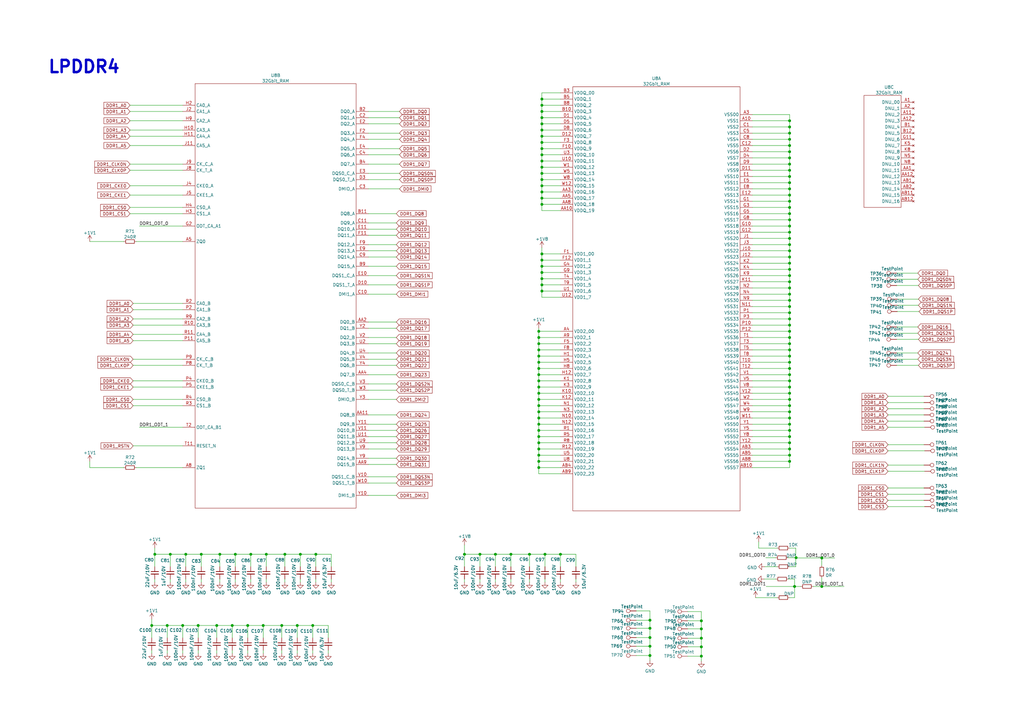
<source format=kicad_sch>
(kicad_sch (version 20210126) (generator eeschema)
  (paper "A3")
  (title_block (title "Beagle V") (date "2021-06-11") (rev "v0.7"))
  (junction (at 62.23 256.54) (diameter 1.016))
  (junction (at 63.5 227.33) (diameter 1.016))
  (junction (at 68.58 256.54) (diameter 1.016))
  (junction (at 69.85 227.33) (diameter 1.016))
  (junction (at 74.93 256.54) (diameter 1.016))
  (junction (at 76.2 227.33) (diameter 1.016))
  (junction (at 81.28 256.54) (diameter 1.016))
  (junction (at 82.55 227.33) (diameter 1.016))
  (junction (at 88.9 256.54) (diameter 1.016))
  (junction (at 90.17 227.33) (diameter 1.016))
  (junction (at 95.25 256.54) (diameter 1.016))
  (junction (at 96.52 227.33) (diameter 1.016))
  (junction (at 101.6 256.54) (diameter 1.016))
  (junction (at 102.87 227.33) (diameter 1.016))
  (junction (at 107.95 256.54) (diameter 1.016))
  (junction (at 109.22 227.33) (diameter 1.016))
  (junction (at 115.57 256.54) (diameter 1.016))
  (junction (at 116.84 227.33) (diameter 1.016))
  (junction (at 121.92 256.54) (diameter 1.016))
  (junction (at 123.19 227.33) (diameter 1.016))
  (junction (at 128.27 256.54) (diameter 1.016))
  (junction (at 129.54 227.33) (diameter 1.016))
  (junction (at 190.5 227.33) (diameter 1.016))
  (junction (at 196.85 227.33) (diameter 1.016))
  (junction (at 203.2 227.33) (diameter 1.016))
  (junction (at 209.55 227.33) (diameter 1.016))
  (junction (at 217.17 227.33) (diameter 1.016))
  (junction (at 220.98 135.89) (diameter 1.016))
  (junction (at 220.98 138.43) (diameter 1.016))
  (junction (at 220.98 140.97) (diameter 1.016))
  (junction (at 220.98 143.51) (diameter 1.016))
  (junction (at 220.98 146.05) (diameter 1.016))
  (junction (at 220.98 148.59) (diameter 1.016))
  (junction (at 220.98 151.13) (diameter 1.016))
  (junction (at 220.98 153.67) (diameter 1.016))
  (junction (at 220.98 156.21) (diameter 1.016))
  (junction (at 220.98 158.75) (diameter 1.016))
  (junction (at 220.98 161.29) (diameter 1.016))
  (junction (at 220.98 163.83) (diameter 1.016))
  (junction (at 220.98 166.37) (diameter 1.016))
  (junction (at 220.98 168.91) (diameter 1.016))
  (junction (at 220.98 171.45) (diameter 1.016))
  (junction (at 220.98 173.99) (diameter 1.016))
  (junction (at 220.98 176.53) (diameter 1.016))
  (junction (at 220.98 179.07) (diameter 1.016))
  (junction (at 220.98 181.61) (diameter 1.016))
  (junction (at 220.98 184.15) (diameter 1.016))
  (junction (at 220.98 186.69) (diameter 1.016))
  (junction (at 220.98 189.23) (diameter 1.016))
  (junction (at 220.98 191.77) (diameter 1.016))
  (junction (at 222.25 40.64) (diameter 1.016))
  (junction (at 222.25 43.18) (diameter 1.016))
  (junction (at 222.25 45.72) (diameter 1.016))
  (junction (at 222.25 48.26) (diameter 1.016))
  (junction (at 222.25 50.8) (diameter 1.016))
  (junction (at 222.25 53.34) (diameter 1.016))
  (junction (at 222.25 55.88) (diameter 1.016))
  (junction (at 222.25 58.42) (diameter 1.016))
  (junction (at 222.25 60.96) (diameter 1.016))
  (junction (at 222.25 63.5) (diameter 1.016))
  (junction (at 222.25 66.04) (diameter 1.016))
  (junction (at 222.25 68.58) (diameter 1.016))
  (junction (at 222.25 71.12) (diameter 1.016))
  (junction (at 222.25 73.66) (diameter 1.016))
  (junction (at 222.25 76.2) (diameter 1.016))
  (junction (at 222.25 78.74) (diameter 1.016))
  (junction (at 222.25 81.28) (diameter 1.016))
  (junction (at 222.25 83.82) (diameter 1.016))
  (junction (at 222.25 104.14) (diameter 1.016))
  (junction (at 222.25 106.68) (diameter 1.016))
  (junction (at 222.25 109.22) (diameter 1.016))
  (junction (at 222.25 111.76) (diameter 1.016))
  (junction (at 222.25 114.3) (diameter 1.016))
  (junction (at 222.25 116.84) (diameter 1.016))
  (junction (at 222.25 119.38) (diameter 1.016))
  (junction (at 223.52 227.33) (diameter 1.016))
  (junction (at 229.87 227.33) (diameter 1.016))
  (junction (at 266.573 254.381) (diameter 1.016))
  (junction (at 266.573 257.683) (diameter 1.016))
  (junction (at 266.573 261.493) (diameter 1.016))
  (junction (at 266.573 265.049) (diameter 1.016))
  (junction (at 266.573 268.859) (diameter 1.016))
  (junction (at 287.655 254.635) (diameter 1.016))
  (junction (at 287.655 257.937) (diameter 1.016))
  (junction (at 287.655 261.747) (diameter 1.016))
  (junction (at 287.655 265.303) (diameter 1.016))
  (junction (at 287.655 269.113) (diameter 1.016))
  (junction (at 323.85 49.53) (diameter 1.016))
  (junction (at 323.85 52.07) (diameter 1.016))
  (junction (at 323.85 54.61) (diameter 1.016))
  (junction (at 323.85 57.15) (diameter 1.016))
  (junction (at 323.85 59.69) (diameter 1.016))
  (junction (at 323.85 62.23) (diameter 1.016))
  (junction (at 323.85 64.77) (diameter 1.016))
  (junction (at 323.85 67.31) (diameter 1.016))
  (junction (at 323.85 69.85) (diameter 1.016))
  (junction (at 323.85 72.39) (diameter 1.016))
  (junction (at 323.85 74.93) (diameter 1.016))
  (junction (at 323.85 77.47) (diameter 1.016))
  (junction (at 323.85 80.01) (diameter 1.016))
  (junction (at 323.85 82.55) (diameter 1.016))
  (junction (at 323.85 85.09) (diameter 1.016))
  (junction (at 323.85 87.63) (diameter 1.016))
  (junction (at 323.85 90.17) (diameter 1.016))
  (junction (at 323.85 92.71) (diameter 1.016))
  (junction (at 323.85 95.25) (diameter 1.016))
  (junction (at 323.85 97.79) (diameter 1.016))
  (junction (at 323.85 100.33) (diameter 1.016))
  (junction (at 323.85 102.87) (diameter 1.016))
  (junction (at 323.85 105.41) (diameter 1.016))
  (junction (at 323.85 107.95) (diameter 1.016))
  (junction (at 323.85 110.49) (diameter 1.016))
  (junction (at 323.85 113.03) (diameter 1.016))
  (junction (at 323.85 115.57) (diameter 1.016))
  (junction (at 323.85 118.11) (diameter 1.016))
  (junction (at 323.85 120.65) (diameter 1.016))
  (junction (at 323.85 123.19) (diameter 1.016))
  (junction (at 323.85 125.73) (diameter 1.016))
  (junction (at 323.85 128.27) (diameter 1.016))
  (junction (at 323.85 130.81) (diameter 1.016))
  (junction (at 323.85 133.35) (diameter 1.016))
  (junction (at 323.85 135.89) (diameter 1.016))
  (junction (at 323.85 138.43) (diameter 1.016))
  (junction (at 323.85 140.97) (diameter 1.016))
  (junction (at 323.85 143.51) (diameter 1.016))
  (junction (at 323.85 146.05) (diameter 1.016))
  (junction (at 323.85 148.59) (diameter 1.016))
  (junction (at 323.85 151.13) (diameter 1.016))
  (junction (at 323.85 153.67) (diameter 1.016))
  (junction (at 323.85 156.21) (diameter 1.016))
  (junction (at 323.85 158.75) (diameter 1.016))
  (junction (at 323.85 161.29) (diameter 1.016))
  (junction (at 323.85 163.83) (diameter 1.016))
  (junction (at 323.85 166.37) (diameter 1.016))
  (junction (at 323.85 168.91) (diameter 1.016))
  (junction (at 323.85 171.45) (diameter 1.016))
  (junction (at 323.85 173.99) (diameter 1.016))
  (junction (at 323.85 176.53) (diameter 1.016))
  (junction (at 323.85 179.07) (diameter 1.016))
  (junction (at 323.85 181.61) (diameter 1.016))
  (junction (at 323.85 184.15) (diameter 1.016))
  (junction (at 323.85 186.69) (diameter 1.016))
  (junction (at 323.85 189.23) (diameter 1.016))
  (junction (at 325.882 240.538) (diameter 1.016))
  (junction (at 326.517 228.727) (diameter 1.016))
  (junction (at 337.058 228.854) (diameter 1.016))
  (junction (at 337.058 240.538) (diameter 1.016))
  (wire (pts (xy 36.83 99.06) (xy 50.8 99.06)))
  (wire (pts (xy 36.83 189.23) (xy 36.83 191.77)))
  (wire (pts (xy 36.83 191.77) (xy 50.8 191.77)))
  (wire (pts (xy 53.34 43.18) (xy 74.93 43.18)))
  (wire (pts (xy 53.34 45.72) (xy 74.93 45.72)))
  (wire (pts (xy 53.34 49.53) (xy 74.93 49.53)))
  (wire (pts (xy 53.34 53.34) (xy 74.93 53.34)))
  (wire (pts (xy 53.34 55.88) (xy 74.93 55.88)))
  (wire (pts (xy 53.34 59.69) (xy 74.93 59.69)))
  (wire (pts (xy 53.34 67.31) (xy 74.93 67.31)))
  (wire (pts (xy 53.34 69.85) (xy 74.93 69.85)))
  (wire (pts (xy 53.34 76.2) (xy 74.93 76.2)))
  (wire (pts (xy 53.34 80.01) (xy 74.93 80.01)))
  (wire (pts (xy 53.34 85.09) (xy 74.93 85.09)))
  (wire (pts (xy 53.34 87.63) (xy 74.93 87.63)))
  (wire (pts (xy 54.61 124.46) (xy 74.93 124.46)))
  (wire (pts (xy 54.61 127) (xy 74.93 127)))
  (wire (pts (xy 54.61 130.81) (xy 74.93 130.81)))
  (wire (pts (xy 54.61 133.35) (xy 74.93 133.35)))
  (wire (pts (xy 54.61 137.16) (xy 74.93 137.16)))
  (wire (pts (xy 54.61 139.7) (xy 74.93 139.7)))
  (wire (pts (xy 54.61 147.32) (xy 74.93 147.32)))
  (wire (pts (xy 54.61 149.86) (xy 74.93 149.86)))
  (wire (pts (xy 54.61 156.21) (xy 74.93 156.21)))
  (wire (pts (xy 54.61 158.75) (xy 74.93 158.75)))
  (wire (pts (xy 54.61 163.83) (xy 74.93 163.83)))
  (wire (pts (xy 54.61 166.37) (xy 74.93 166.37)))
  (wire (pts (xy 54.61 182.88) (xy 74.93 182.88)))
  (wire (pts (xy 55.88 99.06) (xy 74.93 99.06)))
  (wire (pts (xy 55.88 191.77) (xy 74.93 191.77)))
  (wire (pts (xy 57.15 92.71) (xy 74.93 92.71)))
  (wire (pts (xy 57.15 175.26) (xy 74.93 175.26)))
  (wire (pts (xy 62.23 254) (xy 62.23 256.54)))
  (wire (pts (xy 62.23 256.54) (xy 62.23 261.62)))
  (wire (pts (xy 62.23 256.54) (xy 68.58 256.54)))
  (wire (pts (xy 62.23 266.7) (xy 62.23 267.97)))
  (wire (pts (xy 63.5 224.79) (xy 63.5 227.33)))
  (wire (pts (xy 63.5 227.33) (xy 63.5 232.41)))
  (wire (pts (xy 63.5 227.33) (xy 69.85 227.33)))
  (wire (pts (xy 63.5 237.49) (xy 63.5 238.76)))
  (wire (pts (xy 68.58 256.54) (xy 68.58 261.62)))
  (wire (pts (xy 68.58 256.54) (xy 74.93 256.54)))
  (wire (pts (xy 68.58 266.7) (xy 68.58 267.97)))
  (wire (pts (xy 69.85 227.33) (xy 69.85 232.41)))
  (wire (pts (xy 69.85 227.33) (xy 76.2 227.33)))
  (wire (pts (xy 69.85 237.49) (xy 69.85 238.76)))
  (wire (pts (xy 74.93 256.54) (xy 74.93 261.62)))
  (wire (pts (xy 74.93 256.54) (xy 81.28 256.54)))
  (wire (pts (xy 74.93 266.7) (xy 74.93 267.97)))
  (wire (pts (xy 76.2 227.33) (xy 76.2 232.41)))
  (wire (pts (xy 76.2 227.33) (xy 82.55 227.33)))
  (wire (pts (xy 76.2 237.49) (xy 76.2 238.76)))
  (wire (pts (xy 81.28 256.54) (xy 81.28 261.62)))
  (wire (pts (xy 81.28 256.54) (xy 88.9 256.54)))
  (wire (pts (xy 81.28 266.7) (xy 81.28 267.97)))
  (wire (pts (xy 82.55 227.33) (xy 82.55 232.41)))
  (wire (pts (xy 82.55 227.33) (xy 90.17 227.33)))
  (wire (pts (xy 82.55 237.49) (xy 82.55 238.76)))
  (wire (pts (xy 88.9 256.54) (xy 88.9 261.62)))
  (wire (pts (xy 88.9 256.54) (xy 95.25 256.54)))
  (wire (pts (xy 88.9 266.7) (xy 88.9 267.97)))
  (wire (pts (xy 90.17 227.33) (xy 90.17 232.41)))
  (wire (pts (xy 90.17 227.33) (xy 96.52 227.33)))
  (wire (pts (xy 90.17 237.49) (xy 90.17 238.76)))
  (wire (pts (xy 95.25 256.54) (xy 95.25 261.62)))
  (wire (pts (xy 95.25 256.54) (xy 101.6 256.54)))
  (wire (pts (xy 95.25 266.7) (xy 95.25 267.97)))
  (wire (pts (xy 96.52 227.33) (xy 96.52 232.41)))
  (wire (pts (xy 96.52 227.33) (xy 102.87 227.33)))
  (wire (pts (xy 96.52 237.49) (xy 96.52 238.76)))
  (wire (pts (xy 101.6 256.54) (xy 101.6 261.62)))
  (wire (pts (xy 101.6 256.54) (xy 107.95 256.54)))
  (wire (pts (xy 101.6 266.7) (xy 101.6 267.97)))
  (wire (pts (xy 102.87 227.33) (xy 102.87 232.41)))
  (wire (pts (xy 102.87 227.33) (xy 109.22 227.33)))
  (wire (pts (xy 102.87 237.49) (xy 102.87 238.76)))
  (wire (pts (xy 107.95 256.54) (xy 107.95 261.62)))
  (wire (pts (xy 107.95 256.54) (xy 115.57 256.54)))
  (wire (pts (xy 107.95 266.7) (xy 107.95 267.97)))
  (wire (pts (xy 109.22 227.33) (xy 109.22 232.41)))
  (wire (pts (xy 109.22 227.33) (xy 116.84 227.33)))
  (wire (pts (xy 109.22 237.49) (xy 109.22 238.76)))
  (wire (pts (xy 115.57 256.54) (xy 115.57 261.62)))
  (wire (pts (xy 115.57 256.54) (xy 121.92 256.54)))
  (wire (pts (xy 115.57 266.7) (xy 115.57 267.97)))
  (wire (pts (xy 116.84 227.33) (xy 116.84 232.41)))
  (wire (pts (xy 116.84 227.33) (xy 123.19 227.33)))
  (wire (pts (xy 116.84 237.49) (xy 116.84 238.76)))
  (wire (pts (xy 121.92 256.54) (xy 121.92 261.62)))
  (wire (pts (xy 121.92 256.54) (xy 128.27 256.54)))
  (wire (pts (xy 121.92 266.7) (xy 121.92 267.97)))
  (wire (pts (xy 123.19 227.33) (xy 123.19 232.41)))
  (wire (pts (xy 123.19 227.33) (xy 129.54 227.33)))
  (wire (pts (xy 123.19 237.49) (xy 123.19 238.76)))
  (wire (pts (xy 128.27 256.54) (xy 128.27 261.62)))
  (wire (pts (xy 128.27 256.54) (xy 134.62 256.54)))
  (wire (pts (xy 128.27 266.7) (xy 128.27 267.97)))
  (wire (pts (xy 129.54 227.33) (xy 129.54 232.41)))
  (wire (pts (xy 129.54 227.33) (xy 135.89 227.33)))
  (wire (pts (xy 129.54 237.49) (xy 129.54 238.76)))
  (wire (pts (xy 134.62 256.54) (xy 134.62 261.62)))
  (wire (pts (xy 134.62 266.7) (xy 134.62 267.97)))
  (wire (pts (xy 135.89 227.33) (xy 135.89 232.41)))
  (wire (pts (xy 135.89 237.49) (xy 135.89 238.76)))
  (wire (pts (xy 151.13 45.72) (xy 163.83 45.72)))
  (wire (pts (xy 151.13 48.26) (xy 163.83 48.26)))
  (wire (pts (xy 151.13 50.8) (xy 163.83 50.8)))
  (wire (pts (xy 151.13 54.61) (xy 163.83 54.61)))
  (wire (pts (xy 151.13 57.15) (xy 163.83 57.15)))
  (wire (pts (xy 151.13 60.96) (xy 163.83 60.96)))
  (wire (pts (xy 151.13 63.5) (xy 163.83 63.5)))
  (wire (pts (xy 151.13 67.31) (xy 163.83 67.31)))
  (wire (pts (xy 151.13 71.12) (xy 163.83 71.12)))
  (wire (pts (xy 151.13 73.66) (xy 163.83 73.66)))
  (wire (pts (xy 151.13 77.47) (xy 163.83 77.47)))
  (wire (pts (xy 151.13 87.63) (xy 162.56 87.63)))
  (wire (pts (xy 151.13 91.44) (xy 162.56 91.44)))
  (wire (pts (xy 151.13 93.98) (xy 162.56 93.98)))
  (wire (pts (xy 151.13 96.52) (xy 162.56 96.52)))
  (wire (pts (xy 151.13 100.33) (xy 162.56 100.33)))
  (wire (pts (xy 151.13 102.87) (xy 162.56 102.87)))
  (wire (pts (xy 151.13 105.41) (xy 162.56 105.41)))
  (wire (pts (xy 151.13 109.22) (xy 162.56 109.22)))
  (wire (pts (xy 151.13 113.03) (xy 162.56 113.03)))
  (wire (pts (xy 151.13 116.84) (xy 162.56 116.84)))
  (wire (pts (xy 151.13 120.65) (xy 162.56 120.65)))
  (wire (pts (xy 151.13 132.08) (xy 162.56 132.08)))
  (wire (pts (xy 151.13 134.62) (xy 162.56 134.62)))
  (wire (pts (xy 151.13 138.43) (xy 162.56 138.43)))
  (wire (pts (xy 151.13 140.97) (xy 162.56 140.97)))
  (wire (pts (xy 151.13 144.78) (xy 162.56 144.78)))
  (wire (pts (xy 151.13 147.32) (xy 162.56 147.32)))
  (wire (pts (xy 151.13 149.86) (xy 162.56 149.86)))
  (wire (pts (xy 151.13 153.67) (xy 162.56 153.67)))
  (wire (pts (xy 151.13 157.48) (xy 162.56 157.48)))
  (wire (pts (xy 151.13 160.02) (xy 162.56 160.02)))
  (wire (pts (xy 151.13 163.83) (xy 162.56 163.83)))
  (wire (pts (xy 151.13 170.18) (xy 162.56 170.18)))
  (wire (pts (xy 151.13 173.99) (xy 162.56 173.99)))
  (wire (pts (xy 151.13 176.53) (xy 162.56 176.53)))
  (wire (pts (xy 151.13 179.07) (xy 162.56 179.07)))
  (wire (pts (xy 151.13 181.61) (xy 162.56 181.61)))
  (wire (pts (xy 151.13 184.15) (xy 162.56 184.15)))
  (wire (pts (xy 151.13 187.96) (xy 162.56 187.96)))
  (wire (pts (xy 151.13 190.5) (xy 162.56 190.5)))
  (wire (pts (xy 151.13 195.58) (xy 162.56 195.58)))
  (wire (pts (xy 151.13 198.12) (xy 162.56 198.12)))
  (wire (pts (xy 151.13 203.2) (xy 162.56 203.2)))
  (wire (pts (xy 190.5 223.52) (xy 190.5 227.33)))
  (wire (pts (xy 190.5 227.33) (xy 190.5 232.41)))
  (wire (pts (xy 190.5 227.33) (xy 196.85 227.33)))
  (wire (pts (xy 190.5 237.49) (xy 190.5 238.76)))
  (wire (pts (xy 196.85 227.33) (xy 196.85 232.41)))
  (wire (pts (xy 196.85 227.33) (xy 203.2 227.33)))
  (wire (pts (xy 196.85 237.49) (xy 196.85 238.76)))
  (wire (pts (xy 203.2 227.33) (xy 203.2 232.41)))
  (wire (pts (xy 203.2 227.33) (xy 209.55 227.33)))
  (wire (pts (xy 203.2 237.49) (xy 203.2 238.76)))
  (wire (pts (xy 209.55 227.33) (xy 209.55 232.41)))
  (wire (pts (xy 209.55 227.33) (xy 217.17 227.33)))
  (wire (pts (xy 209.55 237.49) (xy 209.55 238.76)))
  (wire (pts (xy 217.17 227.33) (xy 217.17 232.41)))
  (wire (pts (xy 217.17 227.33) (xy 223.52 227.33)))
  (wire (pts (xy 217.17 237.49) (xy 217.17 238.76)))
  (wire (pts (xy 220.98 134.62) (xy 220.98 135.89)))
  (wire (pts (xy 220.98 135.89) (xy 220.98 138.43)))
  (wire (pts (xy 220.98 135.89) (xy 229.87 135.89)))
  (wire (pts (xy 220.98 138.43) (xy 220.98 140.97)))
  (wire (pts (xy 220.98 140.97) (xy 220.98 143.51)))
  (wire (pts (xy 220.98 140.97) (xy 229.87 140.97)))
  (wire (pts (xy 220.98 143.51) (xy 220.98 146.05)))
  (wire (pts (xy 220.98 143.51) (xy 229.87 143.51)))
  (wire (pts (xy 220.98 146.05) (xy 220.98 148.59)))
  (wire (pts (xy 220.98 146.05) (xy 229.87 146.05)))
  (wire (pts (xy 220.98 148.59) (xy 220.98 151.13)))
  (wire (pts (xy 220.98 148.59) (xy 229.87 148.59)))
  (wire (pts (xy 220.98 151.13) (xy 220.98 153.67)))
  (wire (pts (xy 220.98 151.13) (xy 229.87 151.13)))
  (wire (pts (xy 220.98 153.67) (xy 220.98 156.21)))
  (wire (pts (xy 220.98 153.67) (xy 229.87 153.67)))
  (wire (pts (xy 220.98 156.21) (xy 220.98 158.75)))
  (wire (pts (xy 220.98 156.21) (xy 229.87 156.21)))
  (wire (pts (xy 220.98 158.75) (xy 220.98 161.29)))
  (wire (pts (xy 220.98 158.75) (xy 229.87 158.75)))
  (wire (pts (xy 220.98 161.29) (xy 220.98 163.83)))
  (wire (pts (xy 220.98 161.29) (xy 229.87 161.29)))
  (wire (pts (xy 220.98 163.83) (xy 220.98 166.37)))
  (wire (pts (xy 220.98 163.83) (xy 229.87 163.83)))
  (wire (pts (xy 220.98 166.37) (xy 220.98 168.91)))
  (wire (pts (xy 220.98 166.37) (xy 229.87 166.37)))
  (wire (pts (xy 220.98 168.91) (xy 220.98 171.45)))
  (wire (pts (xy 220.98 168.91) (xy 229.87 168.91)))
  (wire (pts (xy 220.98 171.45) (xy 220.98 173.99)))
  (wire (pts (xy 220.98 171.45) (xy 229.87 171.45)))
  (wire (pts (xy 220.98 173.99) (xy 220.98 176.53)))
  (wire (pts (xy 220.98 173.99) (xy 229.87 173.99)))
  (wire (pts (xy 220.98 176.53) (xy 220.98 179.07)))
  (wire (pts (xy 220.98 176.53) (xy 229.87 176.53)))
  (wire (pts (xy 220.98 179.07) (xy 220.98 181.61)))
  (wire (pts (xy 220.98 179.07) (xy 229.87 179.07)))
  (wire (pts (xy 220.98 181.61) (xy 220.98 184.15)))
  (wire (pts (xy 220.98 181.61) (xy 229.87 181.61)))
  (wire (pts (xy 220.98 184.15) (xy 220.98 186.69)))
  (wire (pts (xy 220.98 184.15) (xy 229.87 184.15)))
  (wire (pts (xy 220.98 186.69) (xy 220.98 189.23)))
  (wire (pts (xy 220.98 186.69) (xy 229.87 186.69)))
  (wire (pts (xy 220.98 189.23) (xy 220.98 191.77)))
  (wire (pts (xy 220.98 189.23) (xy 229.87 189.23)))
  (wire (pts (xy 220.98 191.77) (xy 220.98 194.31)))
  (wire (pts (xy 220.98 191.77) (xy 229.87 191.77)))
  (wire (pts (xy 222.25 38.1) (xy 229.87 38.1)))
  (wire (pts (xy 222.25 40.64) (xy 222.25 38.1)))
  (wire (pts (xy 222.25 40.64) (xy 229.87 40.64)))
  (wire (pts (xy 222.25 43.18) (xy 222.25 40.64)))
  (wire (pts (xy 222.25 43.18) (xy 229.87 43.18)))
  (wire (pts (xy 222.25 45.72) (xy 222.25 43.18)))
  (wire (pts (xy 222.25 45.72) (xy 229.87 45.72)))
  (wire (pts (xy 222.25 48.26) (xy 222.25 45.72)))
  (wire (pts (xy 222.25 48.26) (xy 229.87 48.26)))
  (wire (pts (xy 222.25 50.8) (xy 222.25 48.26)))
  (wire (pts (xy 222.25 50.8) (xy 229.87 50.8)))
  (wire (pts (xy 222.25 53.34) (xy 222.25 50.8)))
  (wire (pts (xy 222.25 53.34) (xy 229.87 53.34)))
  (wire (pts (xy 222.25 55.88) (xy 222.25 53.34)))
  (wire (pts (xy 222.25 55.88) (xy 229.87 55.88)))
  (wire (pts (xy 222.25 58.42) (xy 222.25 55.88)))
  (wire (pts (xy 222.25 58.42) (xy 229.87 58.42)))
  (wire (pts (xy 222.25 60.96) (xy 222.25 58.42)))
  (wire (pts (xy 222.25 60.96) (xy 229.87 60.96)))
  (wire (pts (xy 222.25 63.5) (xy 222.25 60.96)))
  (wire (pts (xy 222.25 63.5) (xy 229.87 63.5)))
  (wire (pts (xy 222.25 66.04) (xy 222.25 63.5)))
  (wire (pts (xy 222.25 66.04) (xy 229.87 66.04)))
  (wire (pts (xy 222.25 68.58) (xy 222.25 66.04)))
  (wire (pts (xy 222.25 68.58) (xy 229.87 68.58)))
  (wire (pts (xy 222.25 71.12) (xy 222.25 68.58)))
  (wire (pts (xy 222.25 71.12) (xy 229.87 71.12)))
  (wire (pts (xy 222.25 73.66) (xy 222.25 71.12)))
  (wire (pts (xy 222.25 73.66) (xy 229.87 73.66)))
  (wire (pts (xy 222.25 76.2) (xy 222.25 73.66)))
  (wire (pts (xy 222.25 76.2) (xy 229.87 76.2)))
  (wire (pts (xy 222.25 78.74) (xy 222.25 76.2)))
  (wire (pts (xy 222.25 78.74) (xy 229.87 78.74)))
  (wire (pts (xy 222.25 81.28) (xy 222.25 78.74)))
  (wire (pts (xy 222.25 81.28) (xy 229.87 81.28)))
  (wire (pts (xy 222.25 83.82) (xy 222.25 81.28)))
  (wire (pts (xy 222.25 83.82) (xy 229.87 83.82)))
  (wire (pts (xy 222.25 86.36) (xy 222.25 83.82)))
  (wire (pts (xy 222.25 101.6) (xy 222.25 104.14)))
  (wire (pts (xy 222.25 104.14) (xy 229.87 104.14)))
  (wire (pts (xy 222.25 106.68) (xy 222.25 104.14)))
  (wire (pts (xy 222.25 106.68) (xy 229.87 106.68)))
  (wire (pts (xy 222.25 109.22) (xy 222.25 106.68)))
  (wire (pts (xy 222.25 109.22) (xy 229.87 109.22)))
  (wire (pts (xy 222.25 111.76) (xy 222.25 109.22)))
  (wire (pts (xy 222.25 111.76) (xy 229.87 111.76)))
  (wire (pts (xy 222.25 114.3) (xy 222.25 111.76)))
  (wire (pts (xy 222.25 114.3) (xy 229.87 114.3)))
  (wire (pts (xy 222.25 116.84) (xy 222.25 114.3)))
  (wire (pts (xy 222.25 116.84) (xy 229.87 116.84)))
  (wire (pts (xy 222.25 119.38) (xy 222.25 116.84)))
  (wire (pts (xy 222.25 119.38) (xy 229.87 119.38)))
  (wire (pts (xy 222.25 121.92) (xy 222.25 119.38)))
  (wire (pts (xy 223.52 227.33) (xy 223.52 232.41)))
  (wire (pts (xy 223.52 227.33) (xy 229.87 227.33)))
  (wire (pts (xy 223.52 237.49) (xy 223.52 238.76)))
  (wire (pts (xy 229.87 86.36) (xy 222.25 86.36)))
  (wire (pts (xy 229.87 121.92) (xy 222.25 121.92)))
  (wire (pts (xy 229.87 138.43) (xy 220.98 138.43)))
  (wire (pts (xy 229.87 194.31) (xy 220.98 194.31)))
  (wire (pts (xy 229.87 227.33) (xy 229.87 232.41)))
  (wire (pts (xy 229.87 227.33) (xy 236.22 227.33)))
  (wire (pts (xy 229.87 237.49) (xy 229.87 238.76)))
  (wire (pts (xy 236.22 227.33) (xy 236.22 232.41)))
  (wire (pts (xy 236.22 237.49) (xy 236.22 238.76)))
  (wire (pts (xy 260.985 250.571) (xy 266.573 250.571)))
  (wire (pts (xy 260.985 254.381) (xy 266.573 254.381)))
  (wire (pts (xy 260.985 257.683) (xy 266.573 257.683)))
  (wire (pts (xy 260.985 261.493) (xy 266.573 261.493)))
  (wire (pts (xy 260.985 265.049) (xy 266.573 265.049)))
  (wire (pts (xy 266.573 250.571) (xy 266.573 254.381)))
  (wire (pts (xy 266.573 254.381) (xy 266.573 257.683)))
  (wire (pts (xy 266.573 257.683) (xy 266.573 261.493)))
  (wire (pts (xy 266.573 261.493) (xy 266.573 265.049)))
  (wire (pts (xy 266.573 265.049) (xy 266.573 268.859)))
  (wire (pts (xy 266.573 268.859) (xy 260.985 268.859)))
  (wire (pts (xy 266.573 268.859) (xy 266.573 270.891)))
  (wire (pts (xy 282.067 250.825) (xy 287.655 250.825)))
  (wire (pts (xy 282.067 254.635) (xy 287.655 254.635)))
  (wire (pts (xy 282.067 257.937) (xy 287.655 257.937)))
  (wire (pts (xy 282.067 261.747) (xy 287.655 261.747)))
  (wire (pts (xy 282.067 265.303) (xy 287.655 265.303)))
  (wire (pts (xy 287.655 250.825) (xy 287.655 254.635)))
  (wire (pts (xy 287.655 254.635) (xy 287.655 257.937)))
  (wire (pts (xy 287.655 257.937) (xy 287.655 261.747)))
  (wire (pts (xy 287.655 261.747) (xy 287.655 265.303)))
  (wire (pts (xy 287.655 265.303) (xy 287.655 269.113)))
  (wire (pts (xy 287.655 269.113) (xy 282.067 269.113)))
  (wire (pts (xy 287.655 269.113) (xy 287.655 271.145)))
  (wire (pts (xy 308.61 46.99) (xy 323.85 46.99)))
  (wire (pts (xy 308.61 49.53) (xy 323.85 49.53)))
  (wire (pts (xy 308.61 52.07) (xy 323.85 52.07)))
  (wire (pts (xy 308.61 54.61) (xy 323.85 54.61)))
  (wire (pts (xy 308.61 57.15) (xy 323.85 57.15)))
  (wire (pts (xy 308.61 59.69) (xy 323.85 59.69)))
  (wire (pts (xy 308.61 62.23) (xy 323.85 62.23)))
  (wire (pts (xy 308.61 64.77) (xy 323.85 64.77)))
  (wire (pts (xy 308.61 67.31) (xy 323.85 67.31)))
  (wire (pts (xy 308.61 69.85) (xy 323.85 69.85)))
  (wire (pts (xy 308.61 72.39) (xy 323.85 72.39)))
  (wire (pts (xy 308.61 74.93) (xy 323.85 74.93)))
  (wire (pts (xy 308.61 77.47) (xy 323.85 77.47)))
  (wire (pts (xy 308.61 80.01) (xy 323.85 80.01)))
  (wire (pts (xy 308.61 82.55) (xy 323.85 82.55)))
  (wire (pts (xy 308.61 85.09) (xy 323.85 85.09)))
  (wire (pts (xy 308.61 87.63) (xy 323.85 87.63)))
  (wire (pts (xy 308.61 90.17) (xy 323.85 90.17)))
  (wire (pts (xy 308.61 92.71) (xy 323.85 92.71)))
  (wire (pts (xy 308.61 95.25) (xy 323.85 95.25)))
  (wire (pts (xy 308.61 97.79) (xy 323.85 97.79)))
  (wire (pts (xy 308.61 100.33) (xy 323.85 100.33)))
  (wire (pts (xy 308.61 102.87) (xy 323.85 102.87)))
  (wire (pts (xy 308.61 105.41) (xy 323.85 105.41)))
  (wire (pts (xy 308.61 107.95) (xy 323.85 107.95)))
  (wire (pts (xy 308.61 110.49) (xy 323.85 110.49)))
  (wire (pts (xy 308.61 113.03) (xy 323.85 113.03)))
  (wire (pts (xy 308.61 115.57) (xy 323.85 115.57)))
  (wire (pts (xy 308.61 118.11) (xy 323.85 118.11)))
  (wire (pts (xy 308.61 120.65) (xy 323.85 120.65)))
  (wire (pts (xy 308.61 123.19) (xy 323.85 123.19)))
  (wire (pts (xy 308.61 125.73) (xy 323.85 125.73)))
  (wire (pts (xy 308.61 128.27) (xy 323.85 128.27)))
  (wire (pts (xy 308.61 130.81) (xy 323.85 130.81)))
  (wire (pts (xy 308.61 133.35) (xy 323.85 133.35)))
  (wire (pts (xy 308.61 135.89) (xy 323.85 135.89)))
  (wire (pts (xy 308.61 138.43) (xy 323.85 138.43)))
  (wire (pts (xy 308.61 140.97) (xy 323.85 140.97)))
  (wire (pts (xy 308.61 143.51) (xy 323.85 143.51)))
  (wire (pts (xy 308.61 146.05) (xy 323.85 146.05)))
  (wire (pts (xy 308.61 148.59) (xy 323.85 148.59)))
  (wire (pts (xy 308.61 151.13) (xy 323.85 151.13)))
  (wire (pts (xy 308.61 153.67) (xy 323.85 153.67)))
  (wire (pts (xy 308.61 156.21) (xy 323.85 156.21)))
  (wire (pts (xy 308.61 158.75) (xy 323.85 158.75)))
  (wire (pts (xy 308.61 161.29) (xy 323.85 161.29)))
  (wire (pts (xy 308.61 163.83) (xy 323.85 163.83)))
  (wire (pts (xy 308.61 166.37) (xy 323.85 166.37)))
  (wire (pts (xy 308.61 168.91) (xy 323.85 168.91)))
  (wire (pts (xy 308.61 171.45) (xy 323.85 171.45)))
  (wire (pts (xy 308.61 173.99) (xy 323.85 173.99)))
  (wire (pts (xy 308.61 176.53) (xy 323.85 176.53)))
  (wire (pts (xy 308.61 179.07) (xy 323.85 179.07)))
  (wire (pts (xy 308.61 181.61) (xy 323.85 181.61)))
  (wire (pts (xy 308.61 184.15) (xy 323.85 184.15)))
  (wire (pts (xy 308.61 186.69) (xy 323.85 186.69)))
  (wire (pts (xy 308.61 189.23) (xy 323.85 189.23)))
  (wire (pts (xy 309.88 245.11) (xy 318.77 245.11)))
  (wire (pts (xy 311.15 222.25) (xy 311.15 224.79)))
  (wire (pts (xy 311.15 224.79) (xy 318.77 224.79)))
  (wire (pts (xy 313.436 237.49) (xy 318.262 237.49)))
  (wire (pts (xy 313.69 232.41) (xy 318.77 232.41)))
  (wire (pts (xy 314.071 228.727) (xy 318.135 228.727)))
  (wire (pts (xy 314.198 240.538) (xy 325.882 240.538)))
  (wire (pts (xy 323.215 228.727) (xy 326.517 228.727)))
  (wire (pts (xy 323.342 237.49) (xy 325.882 237.49)))
  (wire (pts (xy 323.85 46.99) (xy 323.85 49.53)))
  (wire (pts (xy 323.85 49.53) (xy 323.85 52.07)))
  (wire (pts (xy 323.85 52.07) (xy 323.85 54.61)))
  (wire (pts (xy 323.85 54.61) (xy 323.85 57.15)))
  (wire (pts (xy 323.85 57.15) (xy 323.85 59.69)))
  (wire (pts (xy 323.85 59.69) (xy 323.85 62.23)))
  (wire (pts (xy 323.85 62.23) (xy 323.85 64.77)))
  (wire (pts (xy 323.85 64.77) (xy 323.85 67.31)))
  (wire (pts (xy 323.85 67.31) (xy 323.85 69.85)))
  (wire (pts (xy 323.85 69.85) (xy 323.85 72.39)))
  (wire (pts (xy 323.85 72.39) (xy 323.85 74.93)))
  (wire (pts (xy 323.85 74.93) (xy 323.85 77.47)))
  (wire (pts (xy 323.85 77.47) (xy 323.85 80.01)))
  (wire (pts (xy 323.85 80.01) (xy 323.85 82.55)))
  (wire (pts (xy 323.85 82.55) (xy 323.85 85.09)))
  (wire (pts (xy 323.85 85.09) (xy 323.85 87.63)))
  (wire (pts (xy 323.85 87.63) (xy 323.85 90.17)))
  (wire (pts (xy 323.85 90.17) (xy 323.85 92.71)))
  (wire (pts (xy 323.85 92.71) (xy 323.85 95.25)))
  (wire (pts (xy 323.85 95.25) (xy 323.85 97.79)))
  (wire (pts (xy 323.85 97.79) (xy 323.85 100.33)))
  (wire (pts (xy 323.85 100.33) (xy 323.85 102.87)))
  (wire (pts (xy 323.85 102.87) (xy 323.85 105.41)))
  (wire (pts (xy 323.85 105.41) (xy 323.85 107.95)))
  (wire (pts (xy 323.85 107.95) (xy 323.85 110.49)))
  (wire (pts (xy 323.85 110.49) (xy 323.85 113.03)))
  (wire (pts (xy 323.85 113.03) (xy 323.85 115.57)))
  (wire (pts (xy 323.85 115.57) (xy 323.85 118.11)))
  (wire (pts (xy 323.85 118.11) (xy 323.85 120.65)))
  (wire (pts (xy 323.85 120.65) (xy 323.85 123.19)))
  (wire (pts (xy 323.85 123.19) (xy 323.85 125.73)))
  (wire (pts (xy 323.85 125.73) (xy 323.85 128.27)))
  (wire (pts (xy 323.85 128.27) (xy 323.85 130.81)))
  (wire (pts (xy 323.85 130.81) (xy 323.85 133.35)))
  (wire (pts (xy 323.85 133.35) (xy 323.85 135.89)))
  (wire (pts (xy 323.85 135.89) (xy 323.85 138.43)))
  (wire (pts (xy 323.85 138.43) (xy 323.85 140.97)))
  (wire (pts (xy 323.85 140.97) (xy 323.85 143.51)))
  (wire (pts (xy 323.85 143.51) (xy 323.85 146.05)))
  (wire (pts (xy 323.85 146.05) (xy 323.85 148.59)))
  (wire (pts (xy 323.85 148.59) (xy 323.85 151.13)))
  (wire (pts (xy 323.85 151.13) (xy 323.85 153.67)))
  (wire (pts (xy 323.85 153.67) (xy 323.85 156.21)))
  (wire (pts (xy 323.85 156.21) (xy 323.85 158.75)))
  (wire (pts (xy 323.85 158.75) (xy 323.85 161.29)))
  (wire (pts (xy 323.85 161.29) (xy 323.85 163.83)))
  (wire (pts (xy 323.85 163.83) (xy 323.85 166.37)))
  (wire (pts (xy 323.85 166.37) (xy 323.85 168.91)))
  (wire (pts (xy 323.85 168.91) (xy 323.85 171.45)))
  (wire (pts (xy 323.85 171.45) (xy 323.85 173.99)))
  (wire (pts (xy 323.85 173.99) (xy 323.85 176.53)))
  (wire (pts (xy 323.85 176.53) (xy 323.85 179.07)))
  (wire (pts (xy 323.85 179.07) (xy 323.85 181.61)))
  (wire (pts (xy 323.85 181.61) (xy 323.85 184.15)))
  (wire (pts (xy 323.85 184.15) (xy 323.85 186.69)))
  (wire (pts (xy 323.85 186.69) (xy 323.85 189.23)))
  (wire (pts (xy 323.85 189.23) (xy 323.85 191.77)))
  (wire (pts (xy 323.85 191.77) (xy 308.61 191.77)))
  (wire (pts (xy 323.85 224.79) (xy 326.39 224.79)))
  (wire (pts (xy 323.85 245.11) (xy 325.882 245.11)))
  (wire (pts (xy 325.882 237.49) (xy 325.882 240.538)))
  (wire (pts (xy 325.882 240.538) (xy 328.422 240.538)))
  (wire (pts (xy 325.882 245.11) (xy 325.882 240.538)))
  (wire (pts (xy 326.39 224.79) (xy 326.39 228.092)))
  (wire (pts (xy 326.39 228.092) (xy 326.517 228.727)))
  (wire (pts (xy 326.39 228.854) (xy 337.058 228.854)))
  (wire (pts (xy 326.39 229.108) (xy 326.39 232.41)))
  (wire (pts (xy 326.39 229.108) (xy 326.517 228.727)))
  (wire (pts (xy 326.39 232.41) (xy 323.85 232.41)))
  (wire (pts (xy 333.502 240.538) (xy 337.058 240.538)))
  (wire (pts (xy 337.058 228.854) (xy 342.392 228.854)))
  (wire (pts (xy 337.058 231.902) (xy 337.058 228.854)))
  (wire (pts (xy 337.058 236.982) (xy 337.058 240.538)))
  (wire (pts (xy 337.058 240.538) (xy 346.202 240.538)))
  (wire (pts (xy 364.236 162.56) (xy 378.968 162.56)))
  (wire (pts (xy 364.236 165.1) (xy 378.968 165.1)))
  (wire (pts (xy 364.236 167.64) (xy 378.968 167.64)))
  (wire (pts (xy 364.236 170.18) (xy 378.968 170.18)))
  (wire (pts (xy 364.236 172.72) (xy 378.968 172.72)))
  (wire (pts (xy 364.236 175.26) (xy 379.222 175.26)))
  (wire (pts (xy 364.236 182.372) (xy 378.968 182.372)))
  (wire (pts (xy 364.236 184.912) (xy 379.222 184.912)))
  (wire (pts (xy 364.236 190.754) (xy 378.968 190.754)))
  (wire (pts (xy 364.236 193.294) (xy 379.222 193.294)))
  (wire (pts (xy 364.236 200.152) (xy 378.968 200.152)))
  (wire (pts (xy 364.236 202.692) (xy 379.222 202.692)))
  (wire (pts (xy 364.236 205.232) (xy 378.968 205.232)))
  (wire (pts (xy 364.236 207.772) (xy 379.222 207.772)))
  (wire (pts (xy 367.792 112.014) (xy 376.428 112.014)))
  (wire (pts (xy 367.792 114.554) (xy 376.428 114.554)))
  (wire (pts (xy 367.792 117.094) (xy 376.682 117.094)))
  (wire (pts (xy 367.792 134.112) (xy 376.428 134.112)))
  (wire (pts (xy 367.792 136.652) (xy 376.428 136.652)))
  (wire (pts (xy 367.792 139.192) (xy 376.682 139.192)))
  (wire (pts (xy 367.792 144.78) (xy 376.428 144.78)))
  (wire (pts (xy 367.792 147.32) (xy 376.428 147.32)))
  (wire (pts (xy 367.792 149.86) (xy 376.682 149.86)))
  (wire (pts (xy 368.046 122.682) (xy 376.682 122.682)))
  (wire (pts (xy 368.046 125.222) (xy 376.682 125.222)))
  (wire (pts (xy 368.046 127.762) (xy 376.936 127.762)))
  (text "LPDDR4" (at 49.53 30.48 180) (effects (font (size 5 5) (thickness 1) bold) (justify right bottom)))
  (label "DDR1_ODT_0" (at 57.15 92.71 0))
  (label "DDR1_ODT_1" (at 57.15 175.26 0))
  (label "DDR1_ODT0" (at 314.071 228.727 180))
  (label "DDR1_ODT1" (at 314.198 240.538 180))
  (label "DDR1_ODT_0" (at 342.392 228.854 180))
  (label "DDR1_ODT_1" (at 346.202 240.538 180))
  (global_label "DDR1_A0" (shape input) (at 53.34 43.18 180) (property "Intersheet References" "${INTERSHEET_REFS}" (effects hide)))
  (global_label "DDR1_A1" (shape input) (at 53.34 45.72 180) (property "Intersheet References" "${INTERSHEET_REFS}" (effects hide)))
  (global_label "DDR1_A2" (shape input) (at 53.34 49.53 180) (property "Intersheet References" "${INTERSHEET_REFS}" (effects hide)))
  (global_label "DDR1_A3" (shape input) (at 53.34 53.34 180) (property "Intersheet References" "${INTERSHEET_REFS}" (effects hide)))
  (global_label "DDR1_A4" (shape input) (at 53.34 55.88 180) (property "Intersheet References" "${INTERSHEET_REFS}" (effects hide)))
  (global_label "DDR1_A5" (shape input) (at 53.34 59.69 180) (property "Intersheet References" "${INTERSHEET_REFS}" (effects hide)))
  (global_label "DDR1_CLK0N" (shape input) (at 53.34 67.31 180) (property "Intersheet References" "${INTERSHEET_REFS}" (effects hide)))
  (global_label "DDR1_CLK0P" (shape input) (at 53.34 69.85 180) (property "Intersheet References" "${INTERSHEET_REFS}" (effects hide)))
  (global_label "DDR1_CKE0" (shape input) (at 53.34 76.2 180) (property "Intersheet References" "${INTERSHEET_REFS}" (effects hide)))
  (global_label "DDR1_CKE1" (shape input) (at 53.34 80.01 180) (property "Intersheet References" "${INTERSHEET_REFS}" (effects hide)))
  (global_label "DDR1_CS0" (shape input) (at 53.34 85.09 180) (property "Intersheet References" "${INTERSHEET_REFS}" (effects hide)))
  (global_label "DDR1_CS1" (shape input) (at 53.34 87.63 180) (property "Intersheet References" "${INTERSHEET_REFS}" (effects hide)))
  (global_label "DDR1_A0" (shape input) (at 54.61 124.46 180) (property "Intersheet References" "${INTERSHEET_REFS}" (effects hide)))
  (global_label "DDR1_A1" (shape input) (at 54.61 127 180) (property "Intersheet References" "${INTERSHEET_REFS}" (effects hide)))
  (global_label "DDR1_A2" (shape input) (at 54.61 130.81 180) (property "Intersheet References" "${INTERSHEET_REFS}" (effects hide)))
  (global_label "DDR1_A3" (shape input) (at 54.61 133.35 180) (property "Intersheet References" "${INTERSHEET_REFS}" (effects hide)))
  (global_label "DDR1_A4" (shape input) (at 54.61 137.16 180) (property "Intersheet References" "${INTERSHEET_REFS}" (effects hide)))
  (global_label "DDR1_A5" (shape input) (at 54.61 139.7 180) (property "Intersheet References" "${INTERSHEET_REFS}" (effects hide)))
  (global_label "DDR1_CLK0N" (shape input) (at 54.61 147.32 180) (property "Intersheet References" "${INTERSHEET_REFS}" (effects hide)))
  (global_label "DDR1_CLK0P" (shape input) (at 54.61 149.86 180) (property "Intersheet References" "${INTERSHEET_REFS}" (effects hide)))
  (global_label "DDR1_CKE0" (shape input) (at 54.61 156.21 180) (property "Intersheet References" "${INTERSHEET_REFS}" (effects hide)))
  (global_label "DDR1_CKE1" (shape input) (at 54.61 158.75 180) (property "Intersheet References" "${INTERSHEET_REFS}" (effects hide)))
  (global_label "DDR1_CS0" (shape input) (at 54.61 163.83 180) (property "Intersheet References" "${INTERSHEET_REFS}" (effects hide)))
  (global_label "DDR1_CS1" (shape input) (at 54.61 166.37 180) (property "Intersheet References" "${INTERSHEET_REFS}" (effects hide)))
  (global_label "DDR1_RSTN" (shape input) (at 54.61 182.88 180) (property "Intersheet References" "${INTERSHEET_REFS}" (effects hide)))
  (global_label "DDR1_DQ8" (shape input) (at 162.56 87.63 0) (property "Intersheet References" "${INTERSHEET_REFS}" (effects hide)))
  (global_label "DDR1_DQ9" (shape input) (at 162.56 91.44 0) (property "Intersheet References" "${INTERSHEET_REFS}" (effects hide)))
  (global_label "DDR1_DQ10" (shape input) (at 162.56 93.98 0) (property "Intersheet References" "${INTERSHEET_REFS}" (effects hide)))
  (global_label "DDR1_DQ11" (shape input) (at 162.56 96.52 0) (property "Intersheet References" "${INTERSHEET_REFS}" (effects hide)))
  (global_label "DDR1_DQ12" (shape input) (at 162.56 100.33 0) (property "Intersheet References" "${INTERSHEET_REFS}" (effects hide)))
  (global_label "DDR1_DQ13" (shape input) (at 162.56 102.87 0) (property "Intersheet References" "${INTERSHEET_REFS}" (effects hide)))
  (global_label "DDR1_DQ14" (shape input) (at 162.56 105.41 0) (property "Intersheet References" "${INTERSHEET_REFS}" (effects hide)))
  (global_label "DDR1_DQ15" (shape input) (at 162.56 109.22 0) (property "Intersheet References" "${INTERSHEET_REFS}" (effects hide)))
  (global_label "DDR1_DQS1N" (shape input) (at 162.56 113.03 0) (property "Intersheet References" "${INTERSHEET_REFS}" (effects hide)))
  (global_label "DDR1_DQS1P" (shape input) (at 162.56 116.84 0) (property "Intersheet References" "${INTERSHEET_REFS}" (effects hide)))
  (global_label "DDR1_DMI1" (shape input) (at 162.56 120.65 0) (property "Intersheet References" "${INTERSHEET_REFS}" (effects hide)))
  (global_label "DDR1_DQ16" (shape input) (at 162.56 132.08 0) (property "Intersheet References" "${INTERSHEET_REFS}" (effects hide)))
  (global_label "DDR1_DQ17" (shape input) (at 162.56 134.62 0) (property "Intersheet References" "${INTERSHEET_REFS}" (effects hide)))
  (global_label "DDR1_DQ18" (shape input) (at 162.56 138.43 0) (property "Intersheet References" "${INTERSHEET_REFS}" (effects hide)))
  (global_label "DDR1_DQ19" (shape input) (at 162.56 140.97 0) (property "Intersheet References" "${INTERSHEET_REFS}" (effects hide)))
  (global_label "DDR1_DQ20" (shape input) (at 162.56 144.78 0) (property "Intersheet References" "${INTERSHEET_REFS}" (effects hide)))
  (global_label "DDR1_DQ21" (shape input) (at 162.56 147.32 0) (property "Intersheet References" "${INTERSHEET_REFS}" (effects hide)))
  (global_label "DDR1_DQ22" (shape input) (at 162.56 149.86 0) (property "Intersheet References" "${INTERSHEET_REFS}" (effects hide)))
  (global_label "DDR1_DQ23" (shape input) (at 162.56 153.67 0) (property "Intersheet References" "${INTERSHEET_REFS}" (effects hide)))
  (global_label "DDR1_DQS2N" (shape input) (at 162.56 157.48 0) (property "Intersheet References" "${INTERSHEET_REFS}" (effects hide)))
  (global_label "DDR1_DQS2P" (shape input) (at 162.56 160.02 0) (property "Intersheet References" "${INTERSHEET_REFS}" (effects hide)))
  (global_label "DDR1_DMI2" (shape input) (at 162.56 163.83 0) (property "Intersheet References" "${INTERSHEET_REFS}" (effects hide)))
  (global_label "DDR1_DQ24" (shape input) (at 162.56 170.18 0) (property "Intersheet References" "${INTERSHEET_REFS}" (effects hide)))
  (global_label "DDR1_DQ25" (shape input) (at 162.56 173.99 0) (property "Intersheet References" "${INTERSHEET_REFS}" (effects hide)))
  (global_label "DDR1_DQ26" (shape input) (at 162.56 176.53 0) (property "Intersheet References" "${INTERSHEET_REFS}" (effects hide)))
  (global_label "DDR1_DQ27" (shape input) (at 162.56 179.07 0) (property "Intersheet References" "${INTERSHEET_REFS}" (effects hide)))
  (global_label "DDR1_DQ28" (shape input) (at 162.56 181.61 0) (property "Intersheet References" "${INTERSHEET_REFS}" (effects hide)))
  (global_label "DDR1_DQ29" (shape input) (at 162.56 184.15 0) (property "Intersheet References" "${INTERSHEET_REFS}" (effects hide)))
  (global_label "DDR1_DQ30" (shape input) (at 162.56 187.96 0) (property "Intersheet References" "${INTERSHEET_REFS}" (effects hide)))
  (global_label "DDR1_DQ31" (shape input) (at 162.56 190.5 0) (property "Intersheet References" "${INTERSHEET_REFS}" (effects hide)))
  (global_label "DDR1_DQS3N" (shape input) (at 162.56 195.58 0) (property "Intersheet References" "${INTERSHEET_REFS}" (effects hide)))
  (global_label "DDR1_DQS3P" (shape input) (at 162.56 198.12 0) (property "Intersheet References" "${INTERSHEET_REFS}" (effects hide)))
  (global_label "DDR1_DMI3" (shape input) (at 162.56 203.2 0) (property "Intersheet References" "${INTERSHEET_REFS}" (effects hide)))
  (global_label "DDR1_DQ0" (shape input) (at 163.83 45.72 0) (property "Intersheet References" "${INTERSHEET_REFS}" (effects hide)))
  (global_label "DDR1_DQ1" (shape input) (at 163.83 48.26 0) (property "Intersheet References" "${INTERSHEET_REFS}" (effects hide)))
  (global_label "DDR1_DQ2" (shape input) (at 163.83 50.8 0) (property "Intersheet References" "${INTERSHEET_REFS}" (effects hide)))
  (global_label "DDR1_DQ3" (shape input) (at 163.83 54.61 0) (property "Intersheet References" "${INTERSHEET_REFS}" (effects hide)))
  (global_label "DDR1_DQ4" (shape input) (at 163.83 57.15 0) (property "Intersheet References" "${INTERSHEET_REFS}" (effects hide)))
  (global_label "DDR1_DQ5" (shape input) (at 163.83 60.96 0) (property "Intersheet References" "${INTERSHEET_REFS}" (effects hide)))
  (global_label "DDR1_DQ6" (shape input) (at 163.83 63.5 0) (property "Intersheet References" "${INTERSHEET_REFS}" (effects hide)))
  (global_label "DDR1_DQ7" (shape input) (at 163.83 67.31 0) (property "Intersheet References" "${INTERSHEET_REFS}" (effects hide)))
  (global_label "DDR1_DQS0N" (shape input) (at 163.83 71.12 0) (property "Intersheet References" "${INTERSHEET_REFS}" (effects hide)))
  (global_label "DDR1_DQS0P" (shape input) (at 163.83 73.66 0) (property "Intersheet References" "${INTERSHEET_REFS}" (effects hide)))
  (global_label "DDR1_DMI0" (shape input) (at 163.83 77.47 0) (property "Intersheet References" "${INTERSHEET_REFS}" (effects hide)))
  (global_label "DDR1_A0" (shape input) (at 364.236 162.56 180) (property "Intersheet References" "${INTERSHEET_REFS}" (effects hide)))
  (global_label "DDR1_A1" (shape input) (at 364.236 165.1 180) (property "Intersheet References" "${INTERSHEET_REFS}" (effects hide)))
  (global_label "DDR1_A2" (shape input) (at 364.236 167.64 180) (property "Intersheet References" "${INTERSHEET_REFS}" (effects hide)))
  (global_label "DDR1_A3" (shape input) (at 364.236 170.18 180) (property "Intersheet References" "${INTERSHEET_REFS}" (effects hide)))
  (global_label "DDR1_A4" (shape input) (at 364.236 172.72 180) (property "Intersheet References" "${INTERSHEET_REFS}" (effects hide)))
  (global_label "DDR1_A5" (shape input) (at 364.236 175.26 180) (property "Intersheet References" "${INTERSHEET_REFS}" (effects hide)))
  (global_label "DDR1_CLK0N" (shape input) (at 364.236 182.372 180) (property "Intersheet References" "${INTERSHEET_REFS}" (effects hide)))
  (global_label "DDR1_CLK0P" (shape input) (at 364.236 184.912 180) (property "Intersheet References" "${INTERSHEET_REFS}" (effects hide)))
  (global_label "DDR1_CLK1N" (shape input) (at 364.236 190.754 180) (property "Intersheet References" "${INTERSHEET_REFS}" (effects hide)))
  (global_label "DDR1_CLK1P" (shape input) (at 364.236 193.294 180) (property "Intersheet References" "${INTERSHEET_REFS}" (effects hide)))
  (global_label "DDR1_CS0" (shape input) (at 364.236 200.152 180) (property "Intersheet References" "${INTERSHEET_REFS}" (effects hide)))
  (global_label "DDR1_CS1" (shape input) (at 364.236 202.692 180) (property "Intersheet References" "${INTERSHEET_REFS}" (effects hide)))
  (global_label "DDR1_CS2" (shape input) (at 364.236 205.232 180) (property "Intersheet References" "${INTERSHEET_REFS}" (effects hide)))
  (global_label "DDR1_CS3" (shape input) (at 364.236 207.772 180) (property "Intersheet References" "${INTERSHEET_REFS}" (effects hide)))
  (global_label "DDR1_DQ0" (shape input) (at 376.428 112.014 0) (property "Intersheet References" "${INTERSHEET_REFS}" (effects hide)))
  (global_label "DDR1_DQS0N" (shape input) (at 376.428 114.554 0) (property "Intersheet References" "${INTERSHEET_REFS}" (effects hide)))
  (global_label "DDR1_DQ16" (shape input) (at 376.428 134.112 0) (property "Intersheet References" "${INTERSHEET_REFS}" (effects hide)))
  (global_label "DDR1_DQS2N" (shape input) (at 376.428 136.652 0) (property "Intersheet References" "${INTERSHEET_REFS}" (effects hide)))
  (global_label "DDR1_DQ24" (shape input) (at 376.428 144.78 0) (property "Intersheet References" "${INTERSHEET_REFS}" (effects hide)))
  (global_label "DDR1_DQS3N" (shape input) (at 376.428 147.32 0) (property "Intersheet References" "${INTERSHEET_REFS}" (effects hide)))
  (global_label "DDR1_DQS0P" (shape input) (at 376.682 117.094 0) (property "Intersheet References" "${INTERSHEET_REFS}" (effects hide)))
  (global_label "DDR1_DQ08" (shape input) (at 376.682 122.682 0) (property "Intersheet References" "${INTERSHEET_REFS}" (effects hide)))
  (global_label "DDR1_DQS1N" (shape input) (at 376.682 125.222 0) (property "Intersheet References" "${INTERSHEET_REFS}" (effects hide)))
  (global_label "DDR1_DQS2P" (shape input) (at 376.682 139.192 0) (property "Intersheet References" "${INTERSHEET_REFS}" (effects hide)))
  (global_label "DDR1_DQS3P" (shape input) (at 376.682 149.86 0) (property "Intersheet References" "${INTERSHEET_REFS}" (effects hide)))
  (global_label "DDR1_DQS1P" (shape input) (at 376.936 127.762 0) (property "Intersheet References" "${INTERSHEET_REFS}" (effects hide)))
  (symbol (lib_id "power:+1V1") (at 36.83 99.06 0) (unit 1)
    (property "Reference" "#PWR0368" (effects hide))
    (property "Value" "+1V1" (at 36.83 95.5126 0))
  )
  (symbol (lib_id "power:+1V1") (at 36.83 189.23 0) (unit 1)
    (property "Reference" "#PWR0357" (effects hide))
    (property "Value" "+1V1" (at 36.83 185.6826 0))
  )
  (symbol (lib_id "power:+1V1") (at 62.23 254 0) (unit 1)
    (property "Reference" "#PWR0359" (effects hide))
    (property "Value" "+1V1" (at 62.23 250.4526 0))
  )
  (symbol (lib_id "power:+1V1") (at 63.5 224.79 0) (unit 1)
    (property "Reference" "#PWR0356" (effects hide))
    (property "Value" "+1V1" (at 63.5 221.2426 0))
  )
  (symbol (lib_id "power:+1V8") (at 190.5 223.52 0) (unit 1)
    (property "Reference" "#PWR0380" (effects hide))
    (property "Value" "+1V8" (at 190.5 219.9726 0))
  )
  (symbol (lib_id "power:+1V1") (at 220.98 134.62 0) (unit 1)
    (property "Reference" "#PWR0348" (effects hide))
    (property "Value" "+1V1" (at 220.98 131.0726 0))
  )
  (symbol (lib_id "power:+1V8") (at 222.25 101.6 0) (unit 1)
    (property "Reference" "#PWR0349" (effects hide))
    (property "Value" "+1V8" (at 222.25 98.0526 0))
  )
  (symbol (lib_id "power:+1V1") (at 309.88 245.11 0) (unit 1)
    (property "Reference" "#PWR0390" (effects hide))
    (property "Value" "+1V1" (at 309.88 241.5626 0))
  )
  (symbol (lib_id "power:+1V1") (at 311.15 222.25 0) (unit 1)
    (property "Reference" "#PWR0389" (effects hide))
    (property "Value" "+1V1" (at 311.15 218.7026 0))
  )
  (symbol (lib_id "Connector:TestPoint") (at 260.985 250.571 90) (unit 1)
    (property "Reference" "TP94" (at 253.4539 250.7192 90))
    (property "Value" "TestPoint" (at 259.1435 248.8015 90))
  )
  (symbol (lib_id "Connector:TestPoint") (at 260.985 254.381 90) (unit 1)
    (property "Reference" "TP66" (at 253.1999 254.7324 90))
    (property "Value" "TestPoint" (at 259.1435 252.6115 90))
  )
  (symbol (lib_id "Connector:TestPoint") (at 260.985 257.683 90) (unit 1)
    (property "Reference" "TP67" (at 253.1491 257.7296 90))
    (property "Value" "TestPoint" (at 259.1435 255.9135 90))
  )
  (symbol (lib_id "Connector:TestPoint") (at 260.985 261.493 90) (unit 1)
    (property "Reference" "TP68" (at 253.1999 261.4888 90))
    (property "Value" "TestPoint" (at 259.1435 259.7235 90))
  )
  (symbol (lib_id "Connector:TestPoint") (at 260.985 265.049 90) (unit 1)
    (property "Reference" "TP69" (at 252.9459 264.994 90))
    (property "Value" "TestPoint" (at 259.1435 263.2795 90))
  )
  (symbol (lib_id "Connector:TestPoint") (at 260.985 268.859 90) (unit 1)
    (property "Reference" "TP70" (at 253.0475 268.7024 90))
    (property "Value" "TestPoint" (at 259.1435 267.0895 90))
  )
  (symbol (lib_id "Connector:TestPoint") (at 282.067 250.825 90) (unit 1)
    (property "Reference" "TP96" (at 274.8407 250.8208 90))
    (property "Value" "TestPoint" (at 280.2255 249.0555 90))
  )
  (symbol (lib_id "Connector:TestPoint") (at 282.067 254.635 90) (unit 1)
    (property "Reference" "TP95" (at 275.0947 254.7832 90))
    (property "Value" "TestPoint" (at 280.2255 252.8655 90))
  )
  (symbol (lib_id "Connector:TestPoint") (at 282.067 257.937 90) (unit 1)
    (property "Reference" "TP48" (at 274.7899 257.7804 90))
    (property "Value" "TestPoint" (at 280.2255 256.1675 90))
  )
  (symbol (lib_id "Connector:TestPoint") (at 282.067 261.747 90) (unit 1)
    (property "Reference" "TP49" (at 274.7391 261.8444 90))
    (property "Value" "TestPoint" (at 280.2255 259.9775 90))
  )
  (symbol (lib_id "Connector:TestPoint") (at 282.067 265.303 90) (unit 1)
    (property "Reference" "TP50" (at 274.9423 265.248 90))
    (property "Value" "TestPoint" (at 280.2255 263.5335 90))
  )
  (symbol (lib_id "Connector:TestPoint") (at 282.067 269.113 90) (unit 1)
    (property "Reference" "TP51" (at 274.7391 269.1088 90))
    (property "Value" "TestPoint" (at 280.2255 267.3435 90))
  )
  (symbol (lib_id "Connector:TestPoint") (at 367.792 112.014 90) (unit 1)
    (property "Reference" "TP36" (at 359.3465 112.2638 90))
    (property "Value" "TestPoint" (at 365.9505 110.2445 90))
  )
  (symbol (lib_id "Connector:TestPoint") (at 367.792 114.554 90) (unit 1)
    (property "Reference" "TP37" (at 359.3465 114.5498 90))
    (property "Value" "TestPoint" (at 365.9505 112.7845 90))
  )
  (symbol (lib_id "Connector:TestPoint") (at 367.792 117.094 90) (unit 1)
    (property "Reference" "TP38" (at 359.6005 117.3438 90))
    (property "Value" "TestPoint" (at 365.9505 115.3245 90))
  )
  (symbol (lib_id "Connector:TestPoint") (at 367.792 134.112 90) (unit 1)
    (property "Reference" "TP42" (at 358.8385 134.1078 90))
    (property "Value" "TestPoint" (at 365.9505 132.3425 90))
  )
  (symbol (lib_id "Connector:TestPoint") (at 367.792 136.652 90) (unit 1)
    (property "Reference" "TP43" (at 358.8385 136.6478 90))
    (property "Value" "TestPoint" (at 365.9505 134.8825 90))
  )
  (symbol (lib_id "Connector:TestPoint") (at 367.792 139.192 90) (unit 1)
    (property "Reference" "TP44" (at 358.5845 139.4418 90))
    (property "Value" "TestPoint" (at 365.9505 137.4225 90))
  )
  (symbol (lib_id "Connector:TestPoint") (at 367.792 144.78 90) (unit 1)
    (property "Reference" "TP45" (at 359.0925 144.7758 90))
    (property "Value" "TestPoint" (at 365.9505 143.0105 90))
  )
  (symbol (lib_id "Connector:TestPoint") (at 367.792 147.32 90) (unit 1)
    (property "Reference" "TP46" (at 358.8385 147.5698 90))
    (property "Value" "TestPoint" (at 365.9505 145.5505 90))
  )
  (symbol (lib_id "Connector:TestPoint") (at 367.792 149.86 90) (unit 1)
    (property "Reference" "TP47" (at 358.8385 149.8558 90))
    (property "Value" "TestPoint" (at 365.9505 148.0905 90))
  )
  (symbol (lib_id "Connector:TestPoint") (at 368.046 122.682 90) (unit 1)
    (property "Reference" "TP39" (at 359.3465 122.6778 90))
    (property "Value" "TestPoint" (at 366.4585 120.9125 90))
  )
  (symbol (lib_id "Connector:TestPoint") (at 368.046 125.222 90) (unit 1)
    (property "Reference" "TP40" (at 359.3465 125.4718 90))
    (property "Value" "TestPoint" (at 366.2045 123.4525 90))
  )
  (symbol (lib_id "Connector:TestPoint") (at 368.046 127.762 90) (unit 1)
    (property "Reference" "TP41" (at 359.3465 128.0118 90))
    (property "Value" "TestPoint" (at 366.2045 125.9925 90))
  )
  (symbol (lib_id "Connector:TestPoint") (at 378.968 162.56 270) (unit 1)
    (property "Reference" "TP56" (at 383.6671 161.7991 90) (effects (justify left)))
    (property "Value" "TestPoint" (at 383.6671 164.0978 90) (effects (justify left)))
  )
  (symbol (lib_id "Connector:TestPoint") (at 378.968 165.1 270) (unit 1)
    (property "Reference" "TP57" (at 383.6671 164.3391 90) (effects (justify left)))
    (property "Value" "TestPoint" (at 383.6671 166.6378 90) (effects (justify left)))
  )
  (symbol (lib_id "Connector:TestPoint") (at 378.968 167.64 270) (unit 1)
    (property "Reference" "TP58" (at 383.6671 166.8791 90) (effects (justify left)))
    (property "Value" "TestPoint" (at 383.6671 169.1778 90) (effects (justify left)))
  )
  (symbol (lib_id "Connector:TestPoint") (at 378.968 170.18 270) (unit 1)
    (property "Reference" "TP59" (at 383.6671 169.4191 90) (effects (justify left)))
    (property "Value" "TestPoint" (at 383.6671 171.7178 90) (effects (justify left)))
  )
  (symbol (lib_id "Connector:TestPoint") (at 378.968 172.72 270) (unit 1)
    (property "Reference" "TP60" (at 383.6671 171.9591 90) (effects (justify left)))
    (property "Value" "TestPoint" (at 383.6671 174.2578 90) (effects (justify left)))
  )
  (symbol (lib_id "Connector:TestPoint") (at 378.968 182.372 270) (unit 1)
    (property "Reference" "TP61" (at 383.6671 181.6111 90) (effects (justify left)))
    (property "Value" "TestPoint" (at 383.6671 183.9098 90) (effects (justify left)))
  )
  (symbol (lib_id "Connector:TestPoint") (at 378.968 190.754 270) (unit 1)
    (property "Reference" "TP62" (at 383.6671 189.9931 90) (effects (justify left)))
    (property "Value" "TestPoint" (at 383.6671 192.2918 90) (effects (justify left)))
  )
  (symbol (lib_id "Connector:TestPoint") (at 378.968 200.152 270) (unit 1)
    (property "Reference" "TP63" (at 383.6671 199.3911 90) (effects (justify left)))
    (property "Value" "TestPoint" (at 383.6671 201.6898 90) (effects (justify left)))
  )
  (symbol (lib_id "Connector:TestPoint") (at 378.968 205.232 270) (unit 1)
    (property "Reference" "TP64" (at 383.6671 204.4711 90) (effects (justify left)))
    (property "Value" "TestPoint" (at 383.6671 206.7698 90) (effects (justify left)))
  )
  (symbol (lib_id "Connector:TestPoint") (at 379.222 175.26 270) (unit 1)
    (property "Reference" "TP65" (at 383.9211 174.4991 90) (effects (justify left)))
    (property "Value" "TestPoint" (at 383.9211 176.7978 90) (effects (justify left)))
  )
  (symbol (lib_id "Connector:TestPoint") (at 379.222 184.912 270) (unit 1)
    (property "Reference" "TP79" (at 383.9211 184.1511 90) (effects (justify left)))
    (property "Value" "TestPoint" (at 383.9211 186.4498 90) (effects (justify left)))
  )
  (symbol (lib_id "Connector:TestPoint") (at 379.222 193.294 270) (unit 1)
    (property "Reference" "TP80" (at 383.9211 192.5331 90) (effects (justify left)))
    (property "Value" "TestPoint" (at 383.9211 194.8318 90) (effects (justify left)))
  )
  (symbol (lib_id "Connector:TestPoint") (at 379.222 202.692 270) (unit 1)
    (property "Reference" "TP81" (at 383.9211 201.9311 90) (effects (justify left)))
    (property "Value" "TestPoint" (at 383.9211 204.2298 90) (effects (justify left)))
  )
  (symbol (lib_id "Connector:TestPoint") (at 379.222 207.772 270) (unit 1)
    (property "Reference" "TP82" (at 383.9211 207.0111 90) (effects (justify left)))
    (property "Value" "TestPoint" (at 383.9211 209.3098 90) (effects (justify left)))
  )
  (symbol (lib_id "power:GND") (at 62.23 267.97 0) (unit 1)
    (property "Reference" "#PWR0364" (effects hide))
    (property "Value" "GND" (at 62.23 272.2944 0))
  )
  (symbol (lib_id "power:GND") (at 63.5 238.76 0) (unit 1)
    (property "Reference" "#PWR0360" (effects hide))
    (property "Value" "GND" (at 63.5 243.0844 0))
  )
  (symbol (lib_id "power:GND") (at 68.58 267.97 0) (unit 1)
    (property "Reference" "#PWR0365" (effects hide))
    (property "Value" "GND" (at 68.58 272.2944 0))
  )
  (symbol (lib_id "power:GND") (at 69.85 238.76 0) (unit 1)
    (property "Reference" "#PWR0361" (effects hide))
    (property "Value" "GND" (at 69.85 243.0844 0))
  )
  (symbol (lib_id "power:GND") (at 74.93 267.97 0) (unit 1)
    (property "Reference" "#PWR0363" (effects hide))
    (property "Value" "GND" (at 74.93 272.2944 0))
  )
  (symbol (lib_id "power:GND") (at 76.2 238.76 0) (unit 1)
    (property "Reference" "#PWR0362" (effects hide))
    (property "Value" "GND" (at 76.2 243.0844 0))
  )
  (symbol (lib_id "power:GND") (at 81.28 267.97 0) (unit 1)
    (property "Reference" "#PWR0358" (effects hide))
    (property "Value" "GND" (at 81.28 272.2944 0))
  )
  (symbol (lib_id "power:GND") (at 82.55 238.76 0) (unit 1)
    (property "Reference" "#PWR0355" (effects hide))
    (property "Value" "GND" (at 82.55 243.0844 0))
  )
  (symbol (lib_id "power:GND") (at 88.9 267.97 0) (unit 1)
    (property "Reference" "#PWR0366" (effects hide))
    (property "Value" "GND" (at 88.9 272.2944 0))
  )
  (symbol (lib_id "power:GND") (at 90.17 238.76 0) (unit 1)
    (property "Reference" "#PWR0352" (effects hide))
    (property "Value" "GND" (at 90.17 243.0844 0))
  )
  (symbol (lib_id "power:GND") (at 95.25 267.97 0) (unit 1)
    (property "Reference" "#PWR0367" (effects hide))
    (property "Value" "GND" (at 95.25 272.2944 0))
  )
  (symbol (lib_id "power:GND") (at 96.52 238.76 0) (unit 1)
    (property "Reference" "#PWR0353" (effects hide))
    (property "Value" "GND" (at 96.52 243.0844 0))
  )
  (symbol (lib_id "power:GND") (at 101.6 267.97 0) (unit 1)
    (property "Reference" "#PWR0371" (effects hide))
    (property "Value" "GND" (at 101.6 272.2944 0))
  )
  (symbol (lib_id "power:GND") (at 102.87 238.76 0) (unit 1)
    (property "Reference" "#PWR0354" (effects hide))
    (property "Value" "GND" (at 102.87 243.0844 0))
  )
  (symbol (lib_id "power:GND") (at 107.95 267.97 0) (unit 1)
    (property "Reference" "#PWR0372" (effects hide))
    (property "Value" "GND" (at 107.95 272.2944 0))
  )
  (symbol (lib_id "power:GND") (at 109.22 238.76 0) (unit 1)
    (property "Reference" "#PWR0370" (effects hide))
    (property "Value" "GND" (at 109.22 243.0844 0))
  )
  (symbol (lib_id "power:GND") (at 115.57 267.97 0) (unit 1)
    (property "Reference" "#PWR0373" (effects hide))
    (property "Value" "GND" (at 115.57 272.2944 0))
  )
  (symbol (lib_id "power:GND") (at 116.84 238.76 0) (unit 1)
    (property "Reference" "#PWR0351" (effects hide))
    (property "Value" "GND" (at 116.84 243.0844 0))
  )
  (symbol (lib_id "power:GND") (at 121.92 267.97 0) (unit 1)
    (property "Reference" "#PWR0374" (effects hide))
    (property "Value" "GND" (at 121.92 272.2944 0))
  )
  (symbol (lib_id "power:GND") (at 123.19 238.76 0) (unit 1)
    (property "Reference" "#PWR0350" (effects hide))
    (property "Value" "GND" (at 123.19 243.0844 0))
  )
  (symbol (lib_id "power:GND") (at 128.27 267.97 0) (unit 1)
    (property "Reference" "#PWR0375" (effects hide))
    (property "Value" "GND" (at 128.27 272.2944 0))
  )
  (symbol (lib_id "power:GND") (at 129.54 238.76 0) (unit 1)
    (property "Reference" "#PWR0369" (effects hide))
    (property "Value" "GND" (at 129.54 243.0844 0))
  )
  (symbol (lib_id "power:GND") (at 134.62 267.97 0) (unit 1)
    (property "Reference" "#PWR0381" (effects hide))
    (property "Value" "GND" (at 134.62 272.2944 0))
  )
  (symbol (lib_id "power:GND") (at 135.89 238.76 0) (unit 1)
    (property "Reference" "#PWR0379" (effects hide))
    (property "Value" "GND" (at 135.89 243.0844 0))
  )
  (symbol (lib_id "power:GND") (at 190.5 238.76 0) (unit 1)
    (property "Reference" "#PWR0384" (effects hide))
    (property "Value" "GND" (at 190.5 243.0844 0))
  )
  (symbol (lib_id "power:GND") (at 196.85 238.76 0) (unit 1)
    (property "Reference" "#PWR0383" (effects hide))
    (property "Value" "GND" (at 196.85 243.0844 0))
  )
  (symbol (lib_id "power:GND") (at 203.2 238.76 0) (unit 1)
    (property "Reference" "#PWR0382" (effects hide))
    (property "Value" "GND" (at 203.2 243.0844 0))
  )
  (symbol (lib_id "power:GND") (at 209.55 238.76 0) (unit 1)
    (property "Reference" "#PWR0378" (effects hide))
    (property "Value" "GND" (at 209.55 243.0844 0))
  )
  (symbol (lib_id "power:GND") (at 217.17 238.76 0) (unit 1)
    (property "Reference" "#PWR0388" (effects hide))
    (property "Value" "GND" (at 217.17 243.0844 0))
  )
  (symbol (lib_id "power:GND") (at 223.52 238.76 0) (unit 1)
    (property "Reference" "#PWR0387" (effects hide))
    (property "Value" "GND" (at 223.52 243.0844 0))
  )
  (symbol (lib_id "power:GND") (at 229.87 238.76 0) (unit 1)
    (property "Reference" "#PWR0386" (effects hide))
    (property "Value" "GND" (at 229.87 243.0844 0))
  )
  (symbol (lib_id "power:GND") (at 236.22 238.76 0) (unit 1)
    (property "Reference" "#PWR0385" (effects hide))
    (property "Value" "GND" (at 236.22 243.0844 0))
  )
  (symbol (lib_id "power:GND") (at 266.573 270.891 0) (unit 1)
    (property "Reference" "#PWR0377" (effects hide))
    (property "Value" "GND" (at 266.573 275.2154 0))
  )
  (symbol (lib_id "power:GND") (at 287.655 271.145 0) (unit 1)
    (property "Reference" "#PWR0376" (effects hide))
    (property "Value" "GND" (at 287.655 275.4694 0))
  )
  (symbol (lib_id "power:GND") (at 313.436 237.49 270) (unit 1)
    (property "Reference" "#PWR0392" (effects hide))
    (property "Value" "GND" (at 310.261 237.8785 90) (effects (justify right)))
  )
  (symbol (lib_id "power:GND") (at 313.69 232.41 270) (unit 1)
    (property "Reference" "#PWR0391" (effects hide))
    (property "Value" "GND" (at 310.515 232.7985 90) (effects (justify right)))
  )
  (symbol (lib_id "Device:R_Small") (at 53.34 99.06 90) (unit 1)
    (property "Reference" "R71" (at 53.34 94.8902 90))
    (property "Value" "240R" (at 53.34 97.1889 90))
    (property "Footprint" "Resistor_SMD:R_0402_1005Metric" (effects hide))
  )
  (symbol (lib_id "Device:R_Small") (at 53.34 191.77 90) (unit 1)
    (property "Reference" "R72" (at 53.34 187.6002 90))
    (property "Value" "240R" (at 53.34 189.8989 90))
    (property "Footprint" "Resistor_SMD:R_0402_1005Metric" (effects hide))
  )
  (symbol (lib_id "Device:R_Small") (at 320.675 228.727 90) (unit 1)
    (property "Reference" "R74" (at 316.865 227.6052 90))
    (property "Value" "DNP" (at 324.485 227.8719 90))
    (property "Footprint" "Resistor_SMD:R_0402_1005Metric" (effects hide))
  )
  (symbol (lib_id "Device:R_Small") (at 320.802 237.49 90) (unit 1)
    (property "Reference" "R77" (at 316.23 236.3682 90))
    (property "Value" "10K" (at 324.866 236.6349 90))
    (property "Footprint" "Resistor_SMD:R_0402_1005Metric" (effects hide))
  )
  (symbol (lib_id "Device:R_Small") (at 321.31 224.79 90) (unit 1)
    (property "Reference" "R73" (at 316.992 223.4142 90))
    (property "Value" "10K" (at 325.374 223.4269 90))
    (property "Footprint" "Resistor_SMD:R_0402_1005Metric" (effects hide))
  )
  (symbol (lib_id "Device:R_Small") (at 321.31 232.41 90) (unit 1)
    (property "Reference" "R75" (at 316.484 231.5422 90))
    (property "Value" "DNP" (at 324.866 231.5549 90))
    (property "Footprint" "Resistor_SMD:R_0402_1005Metric" (effects hide))
  )
  (symbol (lib_id "Device:R_Small") (at 321.31 245.11 90) (unit 1)
    (property "Reference" "R79" (at 316.23 243.9882 90))
    (property "Value" "DNP" (at 323.596 243.4929 90))
    (property "Footprint" "Resistor_SMD:R_0402_1005Metric" (effects hide))
  )
  (symbol (lib_id "Device:R_Small") (at 330.962 240.538 90) (unit 1)
    (property "Reference" "R78" (at 330.962 236.3682 90))
    (property "Value" "DNP" (at 330.962 238.6669 90))
    (property "Footprint" "Resistor_SMD:R_0402_1005Metric" (effects hide))
  )
  (symbol (lib_id "Device:R_Small") (at 337.058 234.442 180) (unit 1)
    (property "Reference" "R76" (at 338.5567 233.6811 0) (effects (justify right)))
    (property "Value" "0R" (at 338.5567 235.9798 0) (effects (justify right)))
    (property "Footprint" "Resistor_SMD:R_0402_1005Metric" (effects hide))
  )
  (symbol (lib_id "Device:C_Small") (at 62.23 264.16 0) (unit 1)
    (property "Reference" "C100" (at 57.0612 258.4461 0) (effects (justify left)))
    (property "Value" "22uF/10V" (at 59.2202 270.3968 90) (effects (justify left)))
    (property "Footprint" "Capacitor_SMD:C_0603_1608Metric" (effects hide))
  )
  (symbol (lib_id "Device:C_Small") (at 63.5 234.95 0) (unit 1)
    (property "Reference" "C80" (at 59.2202 229.6171 0) (effects (justify left)))
    (property "Value" "22uF/10V" (at 60.4902 241.0598 90) (effects (justify left)))
    (property "Footprint" "Capacitor_SMD:C_0603_1608Metric" (effects hide))
  )
  (symbol (lib_id "Device:C_Small") (at 68.58 264.16 0) (unit 1)
    (property "Reference" "C101" (at 63.4112 258.5731 0) (effects (justify left)))
    (property "Value" "1uF/10V" (at 65.9512 269.5078 90) (effects (justify left)))
    (property "Footprint" "Capacitor_SMD:C_0402_1005Metric" (effects hide))
  )
  (symbol (lib_id "Device:C_Small") (at 69.85 234.95 0) (unit 1)
    (property "Reference" "C81" (at 65.8242 229.8711 0) (effects (justify left)))
    (property "Value" "1uF/10V" (at 67.0942 240.5518 90) (effects (justify left)))
    (property "Footprint" "Capacitor_SMD:C_0402_1005Metric" (effects hide))
  )
  (symbol (lib_id "Device:C_Small") (at 74.93 264.16 0) (unit 1)
    (property "Reference" "C102" (at 69.5072 258.4461 0) (effects (justify left)))
    (property "Value" "100nF/10V" (at 72.1742 271.2858 90) (effects (justify left)))
    (property "Footprint" "Capacitor_SMD:C_0201_0603Metric" (effects hide))
  )
  (symbol (lib_id "Device:C_Small") (at 76.2 234.95 0) (unit 1)
    (property "Reference" "C82" (at 71.9202 229.8711 0) (effects (justify left)))
    (property "Value" "100nF/10V" (at 73.4442 242.0758 90) (effects (justify left)))
    (property "Footprint" "Capacitor_SMD:C_0201_0603Metric" (effects hide))
  )
  (symbol (lib_id "Device:C_Small") (at 81.28 264.16 0) (unit 1)
    (property "Reference" "C103" (at 76.1112 258.5731 0) (effects (justify left)))
    (property "Value" "100nF/10V" (at 78.6512 271.0318 90) (effects (justify left)))
    (property "Footprint" "Capacitor_SMD:C_0201_0603Metric" (effects hide))
  )
  (symbol (lib_id "Device:C_Small") (at 82.55 234.95 0) (unit 1)
    (property "Reference" "C83" (at 78.5242 230.1251 0) (effects (justify left)))
    (property "Value" "100nF/10V" (at 79.2862 242.5838 90) (effects (justify left)))
    (property "Footprint" "Capacitor_SMD:C_0201_0603Metric" (effects hide))
  )
  (symbol (lib_id "Device:C_Small") (at 88.9 264.16 0) (unit 1)
    (property "Reference" "C104" (at 83.7312 258.7001 0) (effects (justify left)))
    (property "Value" "100nF/10V" (at 85.8902 271.2858 90) (effects (justify left)))
    (property "Footprint" "Capacitor_SMD:C_0201_0603Metric" (effects hide))
  )
  (symbol (lib_id "Device:C_Small") (at 90.17 234.95 0) (unit 1)
    (property "Reference" "C84" (at 86.3982 230.1251 0) (effects (justify left)))
    (property "Value" "100nF/10V" (at 87.1602 242.7108 90) (effects (justify left)))
    (property "Footprint" "Capacitor_SMD:C_0201_0603Metric" (effects hide))
  )
  (symbol (lib_id "Device:C_Small") (at 95.25 264.16 0) (unit 1)
    (property "Reference" "C105" (at 90.2082 258.7001 0) (effects (justify left)))
    (property "Value" "100nF/10V" (at 92.7482 271.489 90) (effects (justify left)))
    (property "Footprint" "Capacitor_SMD:C_0201_0603Metric" (effects hide))
  )
  (symbol (lib_id "Device:C_Small") (at 96.52 234.95 0) (unit 1)
    (property "Reference" "C85" (at 92.4942 230.1251 0) (effects (justify left)))
    (property "Value" "100nF/10V" (at 94.0182 242.5838 90) (effects (justify left)))
    (property "Footprint" "Capacitor_SMD:C_0201_0603Metric" (effects hide))
  )
  (symbol (lib_id "Device:C_Small") (at 101.6 264.16 0) (unit 1)
    (property "Reference" "C106" (at 96.5582 258.8271 0) (effects (justify left)))
    (property "Value" "100nF/10V" (at 98.9458 271.5398 90) (effects (justify left)))
    (property "Footprint" "Capacitor_SMD:C_0201_0603Metric" (effects hide))
  )
  (symbol (lib_id "Device:C_Small") (at 102.87 234.95 0) (unit 1)
    (property "Reference" "C86" (at 98.8442 229.8711 0) (effects (justify left)))
    (property "Value" "100nF/10V" (at 100.1142 242.4568 90) (effects (justify left)))
    (property "Footprint" "Capacitor_SMD:C_0201_0603Metric" (effects hide))
  )
  (symbol (lib_id "Device:C_Small") (at 107.95 264.16 0) (unit 1)
    (property "Reference" "C107" (at 102.9082 258.8271 0) (effects (justify left)))
    (property "Value" "100nF/10V" (at 105.245 271.3874 90) (effects (justify left)))
    (property "Footprint" "Capacitor_SMD:C_0201_0603Metric" (effects hide))
  )
  (symbol (lib_id "Device:C_Small") (at 109.22 234.95 0) (unit 1)
    (property "Reference" "C87" (at 105.1942 229.8711 0) (effects (justify left)))
    (property "Value" "100nF/10V" (at 106.5912 242.4568 90) (effects (justify left)))
    (property "Footprint" "Capacitor_SMD:C_0201_0603Metric" (effects hide))
  )
  (symbol (lib_id "Device:C_Small") (at 115.57 264.16 0) (unit 1)
    (property "Reference" "C108" (at 110.4012 258.7001 0) (effects (justify left)))
    (property "Value" "100nF/10V" (at 112.9158 271.1842 90) (effects (justify left)))
    (property "Footprint" "Capacitor_SMD:C_0201_0603Metric" (effects hide))
  )
  (symbol (lib_id "Device:C_Small") (at 116.84 234.95 0) (unit 1)
    (property "Reference" "C88" (at 112.8142 229.6171 0) (effects (justify left)))
    (property "Value" "100nF/10V" (at 114.0842 242.0758 90) (effects (justify left)))
    (property "Footprint" "Capacitor_SMD:C_0201_0603Metric" (effects hide))
  )
  (symbol (lib_id "Device:C_Small") (at 121.92 264.16 0) (unit 1)
    (property "Reference" "C109" (at 116.6242 258.8271 0) (effects (justify left)))
    (property "Value" "100nF/10V" (at 119.2658 271.489 90) (effects (justify left)))
    (property "Footprint" "Capacitor_SMD:C_0201_0603Metric" (effects hide))
  )
  (symbol (lib_id "Device:C_Small") (at 123.19 234.95 0) (unit 1)
    (property "Reference" "C89" (at 119.1642 229.8711 0) (effects (justify left)))
    (property "Value" "100nF/10V" (at 120.5612 242.2028 90) (effects (justify left)))
    (property "Footprint" "Capacitor_SMD:C_0201_0603Metric" (effects hide))
  )
  (symbol (lib_id "Device:C_Small") (at 128.27 264.16 0) (unit 1)
    (property "Reference" "C110" (at 123.1012 258.8271 0) (effects (justify left)))
    (property "Value" "100nF/10V" (at 125.6666 271.6414 90) (effects (justify left)))
    (property "Footprint" "Capacitor_SMD:C_0201_0603Metric" (effects hide))
  )
  (symbol (lib_id "Device:C_Small") (at 129.54 234.95 0) (unit 1)
    (property "Reference" "C90" (at 125.5142 229.6171 0) (effects (justify left)))
    (property "Value" "100nF/10V" (at 126.7842 241.9488 90) (effects (justify left)))
    (property "Footprint" "Capacitor_SMD:C_0201_0603Metric" (effects hide))
  )
  (symbol (lib_id "Device:C_Small") (at 134.62 264.16 0) (unit 1)
    (property "Reference" "C111" (at 129.7052 258.7001 0) (effects (justify left)))
    (property "Value" "10uF/6.3V" (at 131.9658 271.489 90) (effects (justify left)))
    (property "Footprint" "Capacitor_SMD:C_0402_1005Metric" (effects hide))
  )
  (symbol (lib_id "Device:C_Small") (at 135.89 234.95 0) (unit 1)
    (property "Reference" "C91" (at 132.1182 229.6171 0) (effects (justify left)))
    (property "Value" "10uF/6.3V" (at 133.1342 241.6948 90) (effects (justify left)))
    (property "Footprint" "Capacitor_SMD:C_0402_1005Metric" (effects hide))
  )
  (symbol (lib_id "Device:C_Small") (at 190.5 234.95 0) (unit 1)
    (property "Reference" "C92" (at 186.525 229.0075 0) (effects (justify left)))
    (property "Value" "10uF/6.3V" (at 187.033 242.025 90) (effects (justify left)))
    (property "Footprint" "Capacitor_SMD:C_0402_1005Metric" (effects hide))
  )
  (symbol (lib_id "Device:C_Small") (at 196.85 234.95 0) (unit 1)
    (property "Reference" "C93" (at 192.6718 229.3631 0) (effects (justify left)))
    (property "Value" "100nF/10V" (at 194.0434 242.533 90) (effects (justify left)))
    (property "Footprint" "Capacitor_SMD:C_0201_0603Metric" (effects hide))
  )
  (symbol (lib_id "Device:C_Small") (at 203.2 234.95 0) (unit 1)
    (property "Reference" "C94" (at 199.0218 229.4139 0) (effects (justify left)))
    (property "Value" "100nF/10V" (at 200.6474 242.533 90) (effects (justify left)))
    (property "Footprint" "Capacitor_SMD:C_0201_0603Metric" (effects hide))
  )
  (symbol (lib_id "Device:C_Small") (at 209.55 234.95 0) (unit 1)
    (property "Reference" "C95" (at 205.7782 229.3631 0) (effects (justify left)))
    (property "Value" "100nF/10V" (at 206.9466 242.4822 90) (effects (justify left)))
    (property "Footprint" "Capacitor_SMD:C_0201_0603Metric" (effects hide))
  )
  (symbol (lib_id "Device:C_Small") (at 217.17 234.95 0) (unit 1)
    (property "Reference" "C96" (at 212.941 229.4139 0) (effects (justify left)))
    (property "Value" "100nF/10V" (at 214.5158 242.5838 90) (effects (justify left)))
    (property "Footprint" "Capacitor_SMD:C_0201_0603Metric" (effects hide))
  )
  (symbol (lib_id "Device:C_Small") (at 223.52 234.95 0) (unit 1)
    (property "Reference" "C97" (at 219.4942 229.5663 0) (effects (justify left)))
    (property "Value" "100nF/10V" (at 220.815 242.533 90) (effects (justify left)))
    (property "Footprint" "Capacitor_SMD:C_0201_0603Metric" (effects hide))
  )
  (symbol (lib_id "Device:C_Small") (at 229.87 234.95 0) (unit 1)
    (property "Reference" "C98" (at 225.7934 229.4139 0) (effects (justify left)))
    (property "Value" "100nF/10V" (at 227.2158 242.4314 90) (effects (justify left)))
    (property "Footprint" "Capacitor_SMD:C_0201_0603Metric" (effects hide))
  )
  (symbol (lib_id "Device:C_Small") (at 236.22 234.95 0) (unit 1)
    (property "Reference" "C99" (at 232.0418 229.7187 0) (effects (justify left)))
    (property "Value" "10uF/6.3V" (at 239.5094 241.7202 90) (effects (justify left)))
    (property "Footprint" "Capacitor_SMD:C_0402_1005Metric" (effects hide))
  )
  (symbol (lib_id "BeagleV:32Gbit_RAM") (at 361.95 62.23 0) (unit 3)
    (property "Reference" "U8" (at 364.6524 35.7476 0))
    (property "Value" "32Gbit_RAM" (at 364.6524 38.0463 0))
    (property "Footprint" "BeagleV:LPDDR4-200-WFBGA-10x14.5" (effects hide))
  )
  (symbol (lib_id "BeagleV:32Gbit_RAM") (at 113.03 124.46 0) (unit 2)
    (property "Reference" "U8" (at 113.03 30.9076 0))
    (property "Value" "32Gbit_RAM" (at 113.03 33.2063 0))
    (property "Footprint" "BeagleV:LPDDR4-200-WFBGA-10x14.5" (effects hide))
  )
  (symbol (lib_id "BeagleV:32Gbit_RAM") (at 269.24 124.46 0) (unit 1)
    (property "Reference" "U8" (at 269.24 32.1776 0))
    (property "Value" "32Gbit_RAM" (at 269.24 34.4763 0))
    (property "Footprint" "BeagleV:LPDDR4-200-WFBGA-10x14.5" (effects hide))
  )
)
</source>
